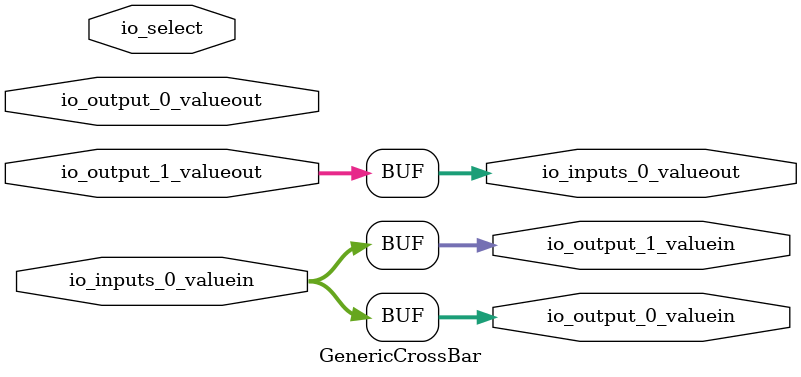
<source format=v>
module GenericCrossBar(
  input  [1:0] io_select,
  input  [7:0] io_inputs_0_valuein,
  output [7:0] io_inputs_0_valueout,
  output [7:0] io_output_0_valuein,
  input  [7:0] io_output_0_valueout,
  output [7:0] io_output_1_valuein,
  input  [7:0] io_output_1_valueout
);
  assign io_inputs_0_valueout = io_output_1_valueout; // @[GenericMux.scala 47:18]
  assign io_output_0_valuein = io_inputs_0_valuein; // @[GenericMux.scala 47:18]
  assign io_output_1_valuein = io_inputs_0_valuein; // @[GenericMux.scala 47:18]
endmodule

</source>
